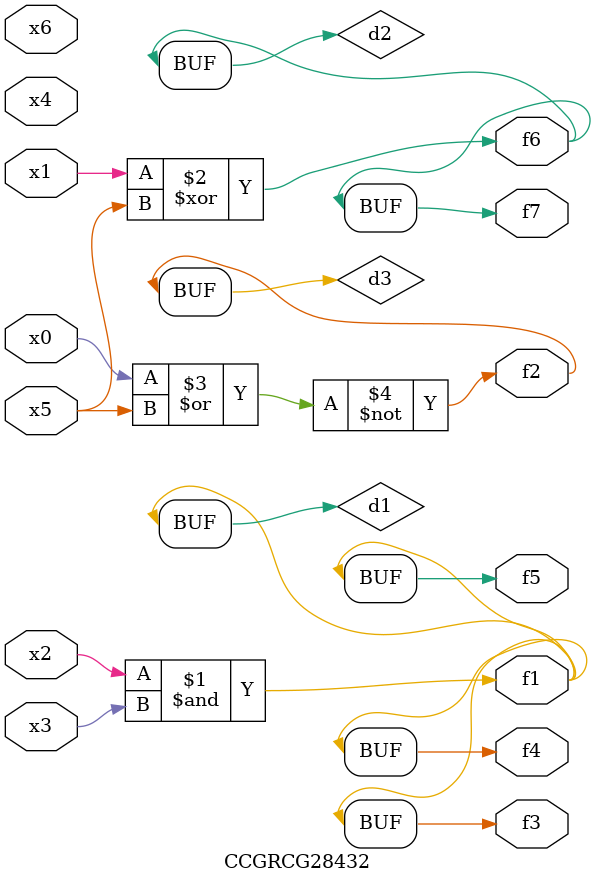
<source format=v>
module CCGRCG28432(
	input x0, x1, x2, x3, x4, x5, x6,
	output f1, f2, f3, f4, f5, f6, f7
);

	wire d1, d2, d3;

	and (d1, x2, x3);
	xor (d2, x1, x5);
	nor (d3, x0, x5);
	assign f1 = d1;
	assign f2 = d3;
	assign f3 = d1;
	assign f4 = d1;
	assign f5 = d1;
	assign f6 = d2;
	assign f7 = d2;
endmodule

</source>
